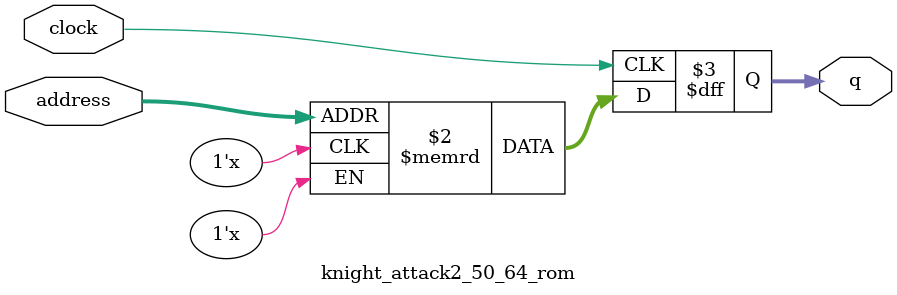
<source format=sv>
module knight_attack2_50_64_rom (
	input logic clock,
	input logic [11:0] address,
	output logic [2:0] q
);

logic [2:0] memory [0:3199] /* synthesis ram_init_file = "./knight_attack2_50_64/knight_attack2_50_64.mif" */;

always_ff @ (posedge clock) begin
	q <= memory[address];
end

endmodule

</source>
